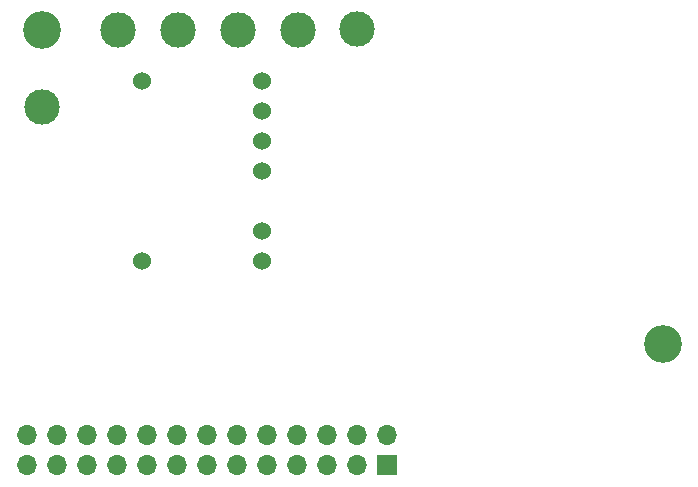
<source format=gbr>
G04 #@! TF.GenerationSoftware,KiCad,Pcbnew,(5.1.9)-1*
G04 #@! TF.CreationDate,2021-02-24T11:41:24+09:00*
G04 #@! TF.ProjectId,body,626f6479-2e6b-4696-9361-645f70636258,rev?*
G04 #@! TF.SameCoordinates,Original*
G04 #@! TF.FileFunction,Soldermask,Bot*
G04 #@! TF.FilePolarity,Negative*
%FSLAX46Y46*%
G04 Gerber Fmt 4.6, Leading zero omitted, Abs format (unit mm)*
G04 Created by KiCad (PCBNEW (5.1.9)-1) date 2021-02-24 11:41:24*
%MOMM*%
%LPD*%
G01*
G04 APERTURE LIST*
%ADD10C,3.000000*%
%ADD11C,1.524000*%
%ADD12R,1.700000X1.700000*%
%ADD13O,1.700000X1.700000*%
%ADD14C,3.200000*%
G04 APERTURE END LIST*
D10*
X43815000Y-24511000D03*
X27178000Y-30988000D03*
D11*
X35687000Y-28829000D03*
X35687000Y-44069000D03*
X45847000Y-44069000D03*
X45847000Y-41529000D03*
X45847000Y-36449000D03*
X45847000Y-33909000D03*
X45847000Y-31369000D03*
X45847000Y-28829000D03*
D12*
X56388000Y-61341000D03*
D13*
X56388000Y-58801000D03*
X53848000Y-61341000D03*
X53848000Y-58801000D03*
X51308000Y-61341000D03*
X51308000Y-58801000D03*
X48768000Y-61341000D03*
X48768000Y-58801000D03*
X46228000Y-61341000D03*
X46228000Y-58801000D03*
X43688000Y-61341000D03*
X43688000Y-58801000D03*
X41148000Y-61341000D03*
X41148000Y-58801000D03*
X38608000Y-61341000D03*
X38608000Y-58801000D03*
X36068000Y-61341000D03*
X36068000Y-58801000D03*
X33528000Y-61341000D03*
X33528000Y-58801000D03*
X30988000Y-61341000D03*
X30988000Y-58801000D03*
X28448000Y-61341000D03*
X28448000Y-58801000D03*
X25908000Y-61341000D03*
X25908000Y-58801000D03*
D10*
X53848000Y-24384000D03*
X48895000Y-24511000D03*
D14*
X79756000Y-51054000D03*
D10*
X33655000Y-24511000D03*
X38735000Y-24511000D03*
D14*
X27178000Y-24511000D03*
M02*

</source>
